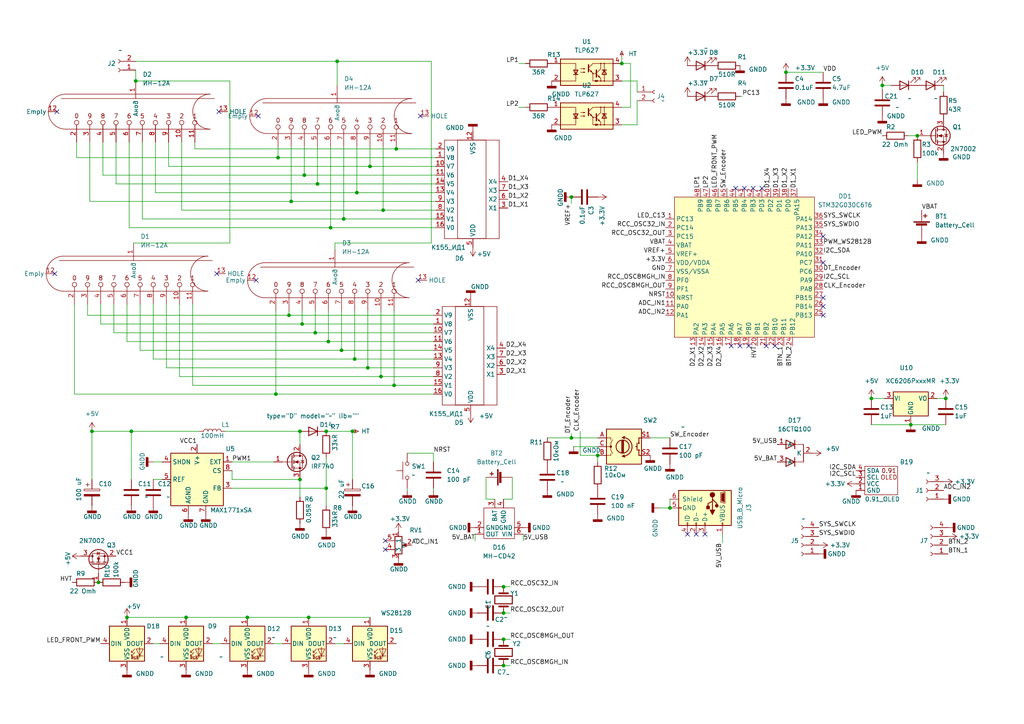
<source format=kicad_sch>
(kicad_sch (version 20211123) (generator eeschema)
  (paper "A4")
  (junction (at 180.34 18.415))
  (junction (at 102.87 104.14))
  (junction (at 89.535 179.07))
  (junction (at 102.235 125.095))
  (junction (at 95.885 66.04))
  (junction (at 28.575 168.91))
  (junction (at 227.965 20.955))
  (junction (at 194.31 147.32))
  (junction (at 88.265 50.8))
  (junction (at 86.995 139.065))
  (junction (at 107.315 48.26))
  (junction (at 99.695 63.5))
  (junction (at 94.615 125.095))
  (junction (at 87.63 93.98))
  (junction (at 39.37 23.495))
  (junction (at 110.49 109.22))
  (junction (at 114.935 43.18))
  (junction (at 114.3 111.76))
  (junction (at 146.05 177.8))
  (junction (at 86.995 125.095))
  (junction (at 91.44 96.52))
  (junction (at 173.355 132.08))
  (junction (at 26.67 125.095))
  (junction (at 264.16 123.19))
  (junction (at 38.1 125.095))
  (junction (at 36.83 179.07))
  (junction (at 80.01 114.3))
  (junction (at 94.615 141.605))
  (junction (at 92.075 53.34))
  (junction (at 99.06 101.6))
  (junction (at 165.735 127))
  (junction (at 252.73 115.57))
  (junction (at 146.05 185.42))
  (junction (at 97.79 17.78))
  (junction (at 103.505 55.88))
  (junction (at 53.975 179.07))
  (junction (at 146.05 170.18))
  (junction (at 165.735 57.15))
  (junction (at 255.905 24.765))
  (junction (at 274.32 115.57))
  (junction (at 266.065 39.37))
  (junction (at 111.125 60.96))
  (junction (at 80.645 45.72))
  (junction (at 84.455 58.42))
  (junction (at 71.755 179.07))
  (junction (at 146.05 193.04))
  (junction (at 95.25 99.06))
  (junction (at 106.68 106.68))
  (junction (at 83.82 91.44))
  (no_connect (at 238.76 76.2))
  (no_connect (at 215.9 54.61))
  (no_connect (at 121.92 33.655))
  (no_connect (at 238.76 88.9))
  (no_connect (at 218.44 54.61))
  (no_connect (at 74.295 81.28))
  (no_connect (at 74.93 33.655))
  (no_connect (at 204.47 154.94))
  (no_connect (at 121.285 81.28))
  (no_connect (at 224.79 100.33))
  (no_connect (at 212.09 100.33))
  (no_connect (at 213.36 54.61))
  (no_connect (at 62.865 79.375))
  (no_connect (at 201.93 154.94))
  (no_connect (at 111.76 159.385))
  (no_connect (at 238.76 91.44))
  (no_connect (at 238.76 68.58))
  (no_connect (at 217.17 100.33))
  (no_connect (at 63.5 32.385))
  (no_connect (at 220.98 54.61))
  (no_connect (at 222.25 100.33))
  (no_connect (at 199.39 154.94))
  (no_connect (at 16.51 32.385))
  (no_connect (at 214.63 100.33))
  (no_connect (at 15.875 79.375))
  (no_connect (at 111.76 156.845))
  (no_connect (at 238.76 86.36))
  (wire (pts (xy 26.67 125.095) (xy 26.67 139.065)))
  (wire (pts (xy 67.31 139.065) (xy 86.995 139.065)))
  (wire (pts (xy 56.515 43.18) (xy 56.515 41.275)))
  (wire (pts (xy 39.37 17.78) (xy 97.79 17.78)))
  (wire (pts (xy 26.035 41.275) (xy 26.035 58.42)))
  (wire (pts (xy 97.155 70.485) (xy 97.155 72.39)))
  (wire (pts (xy 102.87 90.17) (xy 102.87 104.14)))
  (wire (pts (xy 95.25 90.17) (xy 95.25 99.06)))
  (wire (pts (xy 53.975 179.07) (xy 71.755 179.07)))
  (wire (pts (xy 255.905 24.765) (xy 258.445 24.765)))
  (wire (pts (xy 41.275 41.275) (xy 41.275 63.5)))
  (wire (pts (xy 194.31 147.32) (xy 191.135 147.32)))
  (wire (pts (xy 66.675 70.485) (xy 38.735 70.485)))
  (wire (pts (xy 87.63 93.98) (xy 125.73 93.98)))
  (wire (pts (xy 147.955 193.04) (xy 146.05 193.04)))
  (wire (pts (xy 125.73 114.3) (xy 80.01 114.3)))
  (wire (pts (xy 126.365 53.34) (xy 92.075 53.34)))
  (wire (pts (xy 87.63 90.17) (xy 87.63 93.98)))
  (wire (pts (xy 103.505 55.88) (xy 126.365 55.88)))
  (wire (pts (xy 126.365 48.26) (xy 107.315 48.26)))
  (wire (pts (xy 99.06 101.6) (xy 125.73 101.6)))
  (wire (pts (xy 111.125 60.96) (xy 126.365 60.96)))
  (wire (pts (xy 38.1 125.095) (xy 57.785 125.095)))
  (wire (pts (xy 110.49 109.22) (xy 52.07 109.22)))
  (wire (pts (xy 263.525 39.37) (xy 266.065 39.37)))
  (wire (pts (xy 95.25 99.06) (xy 125.73 99.06)))
  (wire (pts (xy 252.73 115.57) (xy 256.54 115.57)))
  (wire (pts (xy 114.935 43.18) (xy 114.935 42.545)))
  (wire (pts (xy 33.655 53.34) (xy 92.075 53.34)))
  (wire (pts (xy 137.795 156.845) (xy 137.795 154.94)))
  (wire (pts (xy 114.3 90.17) (xy 114.3 111.76)))
  (wire (pts (xy 125.73 141.605) (xy 125.73 142.24)))
  (wire (pts (xy 44.45 104.14) (xy 102.87 104.14)))
  (wire (pts (xy 22.225 41.275) (xy 22.225 45.72)))
  (wire (pts (xy 102.87 104.14) (xy 125.73 104.14)))
  (wire (pts (xy 37.465 66.04) (xy 95.885 66.04)))
  (wire (pts (xy 44.45 133.985) (xy 46.99 133.985)))
  (wire (pts (xy 148.59 144.78) (xy 148.59 138.43)))
  (wire (pts (xy 61.595 186.69) (xy 64.135 186.69)))
  (wire (pts (xy 36.83 99.06) (xy 95.25 99.06)))
  (wire (pts (xy 80.645 42.545) (xy 80.645 45.72)))
  (wire (pts (xy 180.34 16.51) (xy 180.34 18.415)))
  (wire (pts (xy 29.21 93.98) (xy 87.63 93.98)))
  (wire (pts (xy 264.16 123.19) (xy 274.32 123.19)))
  (wire (pts (xy 126.365 50.8) (xy 88.265 50.8)))
  (wire (pts (xy 80.645 45.72) (xy 126.365 45.72)))
  (wire (pts (xy 271.78 115.57) (xy 274.32 115.57)))
  (wire (pts (xy 126.365 66.04) (xy 95.885 66.04)))
  (wire (pts (xy 67.31 136.525) (xy 67.31 139.065)))
  (wire (pts (xy 147.955 177.8) (xy 146.05 177.8)))
  (wire (pts (xy 67.31 133.985) (xy 79.375 133.985)))
  (wire (pts (xy 45.085 55.88) (xy 103.505 55.88)))
  (wire (pts (xy 48.895 41.275) (xy 48.895 48.26)))
  (wire (pts (xy 55.88 111.76) (xy 114.3 111.76)))
  (wire (pts (xy 22.225 45.72) (xy 80.645 45.72)))
  (wire (pts (xy 146.05 144.78) (xy 148.59 144.78)))
  (wire (pts (xy 45.085 41.275) (xy 45.085 55.88)))
  (wire (pts (xy 168.275 125.095) (xy 168.275 132.08)))
  (wire (pts (xy 118.11 141.605) (xy 118.11 142.24)))
  (wire (pts (xy 94.615 141.605) (xy 94.615 146.685)))
  (wire (pts (xy 182.88 31.115) (xy 182.88 18.415)))
  (wire (pts (xy 40.64 88.265) (xy 40.64 101.6)))
  (wire (pts (xy 180.34 23.495) (xy 184.785 23.495)))
  (wire (pts (xy 91.44 90.17) (xy 91.44 96.52)))
  (wire (pts (xy 188.595 127) (xy 194.31 127)))
  (wire (pts (xy 26.67 125.095) (xy 38.1 125.095)))
  (wire (pts (xy 182.88 18.415) (xy 180.34 18.415)))
  (wire (pts (xy 126.365 43.18) (xy 114.935 43.18)))
  (wire (pts (xy 55.88 88.265) (xy 55.88 111.76)))
  (wire (pts (xy 44.45 186.69) (xy 46.355 186.69)))
  (wire (pts (xy 41.275 63.5) (xy 99.695 63.5)))
  (wire (pts (xy 39.37 20.32) (xy 39.37 23.495)))
  (wire (pts (xy 165.735 59.055) (xy 165.735 57.15)))
  (wire (pts (xy 99.06 90.17) (xy 99.06 101.6)))
  (wire (pts (xy 36.83 179.07) (xy 53.975 179.07)))
  (wire (pts (xy 80.01 114.3) (xy 21.59 114.3)))
  (wire (pts (xy 71.755 179.07) (xy 89.535 179.07)))
  (wire (pts (xy 165.735 125.73) (xy 165.735 127)))
  (wire (pts (xy 86.995 125.095) (xy 86.995 128.905)))
  (wire (pts (xy 158.75 127) (xy 165.735 127)))
  (wire (pts (xy 33.655 41.275) (xy 33.655 53.34)))
  (wire (pts (xy 40.64 101.6) (xy 99.06 101.6)))
  (wire (pts (xy 29.845 50.8) (xy 88.265 50.8)))
  (wire (pts (xy 184.785 23.495) (xy 184.785 26.67)))
  (wire (pts (xy 147.955 185.42) (xy 146.05 185.42)))
  (wire (pts (xy 95.885 66.04) (xy 95.885 42.545)))
  (wire (pts (xy 152.4 18.415) (xy 150.495 18.415)))
  (wire (pts (xy 25.4 88.265) (xy 25.4 91.44)))
  (wire (pts (xy 38.1 125.095) (xy 38.1 139.065)))
  (wire (pts (xy 52.705 41.275) (xy 52.705 60.96)))
  (wire (pts (xy 125.73 131.445) (xy 118.11 131.445)))
  (wire (pts (xy 44.45 139.065) (xy 46.99 139.065)))
  (wire (pts (xy 94.615 132.715) (xy 94.615 141.605)))
  (wire (pts (xy 26.035 58.42) (xy 84.455 58.42)))
  (wire (pts (xy 48.26 88.265) (xy 48.26 106.68)))
  (wire (pts (xy 89.535 179.07) (xy 107.315 179.07)))
  (wire (pts (xy 125.73 133.985) (xy 125.73 131.445)))
  (wire (pts (xy 255.905 26.035) (xy 255.905 24.765)))
  (wire (pts (xy 114.935 43.18) (xy 56.515 43.18)))
  (wire (pts (xy 110.49 109.22) (xy 125.73 109.22)))
  (wire (pts (xy 125.095 70.485) (xy 97.155 70.485)))
  (wire (pts (xy 84.455 58.42) (xy 84.455 42.545)))
  (wire (pts (xy 97.79 17.78) (xy 125.095 17.78)))
  (wire (pts (xy 151.765 156.845) (xy 151.765 154.94)))
  (wire (pts (xy 166.37 129.54) (xy 173.355 129.54)))
  (wire (pts (xy 106.68 90.17) (xy 106.68 106.68)))
  (wire (pts (xy 97.155 186.69) (xy 99.695 186.69)))
  (wire (pts (xy 107.315 48.26) (xy 107.315 42.545)))
  (wire (pts (xy 36.83 88.265) (xy 36.83 99.06)))
  (wire (pts (xy 273.685 24.765) (xy 273.685 26.67)))
  (wire (pts (xy 52.07 109.22) (xy 52.07 88.265)))
  (wire (pts (xy 65.405 125.095) (xy 86.995 125.095)))
  (wire (pts (xy 86.995 144.145) (xy 86.995 139.065)))
  (wire (pts (xy 184.785 36.195) (xy 180.34 36.195)))
  (wire (pts (xy 114.3 111.76) (xy 125.73 111.76)))
  (wire (pts (xy 252.73 123.19) (xy 264.16 123.19)))
  (wire (pts (xy 88.265 50.8) (xy 88.265 42.545)))
  (wire (pts (xy 33.02 88.265) (xy 33.02 96.52)))
  (wire (pts (xy 66.675 23.495) (xy 66.675 70.485)))
  (wire (pts (xy 48.895 48.26) (xy 107.315 48.26)))
  (wire (pts (xy 103.505 42.545) (xy 103.505 55.88)))
  (wire (pts (xy 215.265 27.94) (xy 214.63 27.94)))
  (wire (pts (xy 39.37 23.495) (xy 66.675 23.495)))
  (wire (pts (xy 152.4 31.115) (xy 150.495 31.115)))
  (wire (pts (xy 25.4 91.44) (xy 83.82 91.44)))
  (wire (pts (xy 44.45 88.265) (xy 44.45 104.14)))
  (wire (pts (xy 180.34 31.115) (xy 182.88 31.115)))
  (wire (pts (xy 91.44 96.52) (xy 125.73 96.52)))
  (wire (pts (xy 94.615 125.095) (xy 102.235 125.095)))
  (wire (pts (xy 37.465 41.275) (xy 37.465 66.04)))
  (wire (pts (xy 227.965 20.955) (xy 238.76 20.955)))
  (wire (pts (xy 209.55 157.48) (xy 209.55 154.94)))
  (wire (pts (xy 48.26 106.68) (xy 106.68 106.68)))
  (wire (pts (xy 125.73 91.44) (xy 83.82 91.44)))
  (wire (pts (xy 126.365 63.5) (xy 99.695 63.5)))
  (wire (pts (xy 102.235 139.065) (xy 102.235 125.095)))
  (wire (pts (xy 194.31 144.78) (xy 194.31 147.32)))
  (wire (pts (xy 140.97 144.78) (xy 143.51 144.78)))
  (wire (pts (xy 29.21 88.265) (xy 29.21 93.98)))
  (wire (pts (xy 126.365 58.42) (xy 84.455 58.42)))
  (wire (pts (xy 173.355 133.985) (xy 173.355 132.08)))
  (wire (pts (xy 110.49 90.17) (xy 110.49 109.22)))
  (wire (pts (xy 92.075 53.34) (xy 92.075 42.545)))
  (wire (pts (xy 21.59 88.265) (xy 21.59 114.3)))
  (wire (pts (xy 106.68 106.68) (xy 125.73 106.68)))
  (wire (pts (xy 147.955 170.18) (xy 146.05 170.18)))
  (wire (pts (xy 165.735 127) (xy 173.355 127)))
  (wire (pts (xy 184.785 29.21) (xy 184.785 36.195)))
  (wire (pts (xy 125.095 17.78) (xy 125.095 70.485)))
  (wire (pts (xy 80.01 90.17) (xy 80.01 114.3)))
  (wire (pts (xy 33.02 96.52) (xy 91.44 96.52)))
  (wire (pts (xy 79.375 186.69) (xy 81.915 186.69)))
  (wire (pts (xy 111.125 42.545) (xy 111.125 60.96)))
  (wire (pts (xy 266.065 46.99) (xy 266.065 52.07)))
  (wire (pts (xy 97.79 24.765) (xy 97.79 17.78)))
  (wire (pts (xy 67.31 141.605) (xy 94.615 141.605)))
  (wire (pts (xy 140.97 138.43) (xy 140.97 144.78)))
  (wire (pts (xy 99.695 63.5) (xy 99.695 42.545)))
  (wire (pts (xy 83.82 91.44) (xy 83.82 90.17)))
  (wire (pts (xy 52.705 60.96) (xy 111.125 60.96)))
  (wire (pts (xy 29.845 41.275) (xy 29.845 50.8)))
  (wire (pts (xy 168.275 132.08) (xy 173.355 132.08)))
  (label "D1_X1" (at 147.32 60.325 0))
  (label "+3.3V" (at 193.04 76.2 180))
  (label "D2_X3" (at 146.685 103.505 0))
  (label "ADC_IN1" (at 193.04 88.9 180))
  (label "LP2" (at 205.74 54.61 90))
  (label "LP1" (at 150.495 18.415 180))
  (label "D2_X2" (at 146.685 106.045 0))
  (label "LP2" (at 150.495 31.115 180))
  (label "NRST" (at 193.04 86.36 180))
  (label "NRST" (at 125.73 131.445 0))
  (label "SYS_SWCLK" (at 237.49 153.035 0))
  (label "ADC_IN2" (at 193.04 91.44 180))
  (label "SW_Encoder" (at 210.82 54.61 90))
  (label "D2_X4" (at 146.685 100.965 0))
  (label "ADC_IN2" (at 273.685 142.24 0))
  (label "RCC_OSC32_IN" (at 193.04 66.04 180))
  (label "LED_C13" (at 193.04 63.5 180))
  (label "RCC_OSC8MGH_IN" (at 147.955 193.04 0))
  (label "DT_Encoder" (at 238.76 78.74 0))
  (label "PWM1" (at 67.31 133.985 0))
  (label "D1_X2" (at 147.32 57.785 0))
  (label "I2C_SDA" (at 238.76 73.66 0))
  (label "D1_X4" (at 223.52 54.61 90))
  (label "VCC1" (at 33.655 161.29 0))
  (label "D1_X2" (at 228.6 54.61 90))
  (label "LED_FRONT_PWM" (at 29.21 186.69 180))
  (label "RCC_OSC8MGH_IN" (at 193.04 81.28 180))
  (label "I2C_SDA" (at 248.285 136.525 180))
  (label "ADC_IN1" (at 119.38 158.115 0))
  (label "D2_X1" (at 201.93 100.33 270))
  (label "GND" (at 193.04 78.74 180))
  (label "SYS_SWCLK" (at 238.76 63.5 0))
  (label "BTN_1" (at 274.955 160.655 0))
  (label "I2C_SCL" (at 248.285 138.43 180))
  (label "HVT" (at 219.71 100.33 270))
  (label "5V_BAT" (at 225.425 133.985 180))
  (label "VBAT" (at 267.335 60.96 0))
  (label "D2_X2" (at 204.47 100.33 270))
  (label "D2_X3" (at 207.01 100.33 270))
  (label "BTN_1" (at 227.33 100.33 270))
  (label "D1_X4" (at 147.32 52.705 0))
  (label "LED_PWM" (at 255.905 39.37 180))
  (label "5V_USB" (at 151.765 156.845 0))
  (label "CLK_Encoder" (at 168.275 125.095 90))
  (label "5V_USB" (at 209.55 157.48 270))
  (label "BTN_2" (at 229.87 100.33 270))
  (label "RCC_OSC32_OUT" (at 147.955 177.8 0))
  (label "RCC_OSC8MGH_OUT" (at 147.955 185.42 0))
  (label "HVT" (at 20.955 168.91 180))
  (label "DT_Encoder" (at 165.735 125.73 90))
  (label "RCC_OSC32_OUT" (at 193.04 68.58 180))
  (label "PWM_WS2812B" (at 238.76 71.12 0))
  (label "D2_X4" (at 209.55 100.33 270))
  (label "I2C_SCL" (at 238.76 81.28 0))
  (label "SW_Encoder" (at 194.31 127 0))
  (label "LED_FRONT_PWM" (at 208.28 54.61 90))
  (label "5V_USB" (at 225.425 128.905 180))
  (label "SYS_SWDIO" (at 237.49 155.575 0))
  (label "LP1" (at 203.2 54.61 90))
  (label "VREF+" (at 165.735 59.055 270))
  (label "D2_X1" (at 146.685 108.585 0))
  (label "PC13" (at 215.265 27.94 0))
  (label "VCC1" (at 57.15 128.905 180))
  (label "RCC_OSC8MGH_OUT" (at 193.04 83.82 180))
  (label "D1_X3" (at 226.06 54.61 90))
  (label "VREF+" (at 193.04 73.66 180))
  (label "SYS_SWDIO" (at 238.76 66.04 0))
  (label "CLK_Encoder" (at 238.76 83.82 0))
  (label "VDD" (at 238.76 20.955 0))
  (label "D1_X1" (at 231.14 54.61 90))
  (label "D1_X3" (at 147.32 55.245 0))
  (label "BTN_2" (at 274.955 158.115 0))
  (label "5V_BAT" (at 137.795 156.845 180))
  (label "RCC_OSC32_IN" (at 147.955 170.18 0))
  (label "VBAT" (at 193.04 71.12 180))
  (symbol (lib_id "Device:C") (at 125.73 137.795 0) (unit 1)
    (property "Reference" "C14" (at 129.54 136.5249 0) (effects (justify left)))
    (property "Value" "100 pF" (at 129.54 139.0649 0) (effects (justify left)))
    (property "Footprint" "Capacitor_SMD:C_1206_3216Metric" (effects hide))
  )
  (symbol (lib_id "Device:C") (at 38.1 142.875 0) (unit 1)
    (property "Reference" "C11" (at 40.005 140.335 0) (effects (justify left)))
    (property "Value" "~" (at 41.91 144.1449 0) (effects (justify left)))
    (property "Footprint" "Capacitor_SMD:C_1206_3216Metric" (effects hide))
  )
  (symbol (lib_id "power:+5V") (at 136.525 120.015 180) (unit 1)
    (property "Reference" "#PWR0133" (effects hide))
    (property "Value" "+5V" (at 140.97 120.65 0))
  )
  (symbol (lib_id "power:GNDD") (at 273.685 144.78 90) (unit 1)
    (property "Reference" "#PWR0162" (effects hide))
    (property "Value" "GNDD" (at 276.225 144.78 90) (effects (justify right)))
  )
  (symbol (lib_id "power:GNDD") (at 89.535 194.31 0) (unit 1)
    (property "Reference" "#PWR0154" (effects hide))
    (property "Value" "GNDD" (at 92.075 195.3894 0) (effects (justify left)))
  )
  (symbol (lib_id "Device:R") (at 156.21 18.415 90) (unit 1)
    (property "Reference" "R13" (at 160.655 15.875 90))
    (property "Value" "36R" (at 156.21 20.955 90))
    (property "Footprint" "Resistor_SMD:R_1206_3216Metric" (effects hide))
  )
  (symbol (lib_id "power:GNDD") (at 137.795 153.035 270) (unit 1)
    (property "Reference" "#PWR0158" (effects hide))
    (property "Value" "GNDD" (at 130.175 153.035 90) (effects (justify left)))
  )
  (symbol (lib_id "Switch:SW_Push") (at 118.11 136.525 90) (unit 1)
    (property "Reference" "SW1" (at 119.38 135.2549 90) (effects (justify right)))
    (property "Value" "~" (at 119.38 137.7949 90) (effects (justify right)))
    (property "Footprint" "Button_Switch_SMD:SW_SPST_FSMSM" (effects hide))
  )
  (symbol (lib_id "power:GNDD") (at 71.755 194.31 0) (unit 1)
    (property "Reference" "#PWR0144" (effects hide))
    (property "Value" "GNDD" (at 74.295 195.3894 0) (effects (justify left)))
  )
  (symbol (lib_id "power:GNDD") (at 38.1 146.685 0) (unit 1)
    (property "Reference" "#PWR0149" (effects hide))
    (property "Value" "GNDD" (at 35.56 149.86 0) (effects (justify left)))
  )
  (symbol (lib_id "Isolator:TLP627") (at 170.18 20.955 0) (unit 1)
    (property "Reference" "U1" (at 170.18 12.065 0))
    (property "Value" "TLP627" (at 170.18 14.605 0))
    (property "Footprint" "Package_DIP:DIP-4_W7.62mm" (effects hide))
    (property "Datasheet" "https://toshiba.semicon-storage.com/info/docget.jsp?did=16914&prodName=TLP627" (effects hide))
  )
  (symbol (lib_id "ИН-12А:ИН-12А") (at 40.005 33.655 0) (unit 1)
    (property "Reference" "D2" (at 41.3894 21.59 0) (effects (justify left)))
    (property "Value" "ИН-12А" (at 41.3894 24.13 0) (effects (justify left)))
    (property "Footprint" "ИН12А:ИН12А" (effects hide))
  )
  (symbol (lib_id "power:+3.3V") (at 227.965 20.955 0) (unit 1)
    (property "Reference" "#PWR0107" (effects hide))
    (property "Value" "+3.3V" (at 230.505 19.6849 0) (effects (justify left)))
  )
  (symbol (lib_id "power:+3.3V") (at 199.39 27.94 0) (unit 1)
    (property "Reference" "#PWR0106" (effects hide))
    (property "Value" "+3.3V" (at 199.39 24.13 0) (effects (justify left)))
  )
  (symbol (lib_id "power:GNDD") (at 36.83 194.31 0) (unit 1)
    (property "Reference" "#PWR0153" (effects hide))
    (property "Value" "GNDD" (at 39.37 195.3894 0) (effects (justify left)))
  )
  (symbol (lib_id "Device:C") (at 173.355 145.415 0) (unit 1)
    (property "Reference" "C19" (at 177.165 144.1449 0) (effects (justify left)))
    (property "Value" "100 nF" (at 177.165 146.6849 0) (effects (justify left)))
    (property "Footprint" "Capacitor_SMD:C_1206_3216Metric" (effects hide))
  )
  (symbol (lib_id "power:+3.3V") (at 173.355 57.15 270) (unit 1)
    (property "Reference" "#PWR0102" (effects hide))
    (property "Value" "+3.3V" (at 174.6251 59.69 0) (effects (justify left)))
  )
  (symbol (lib_id "power:GNDD") (at 36.195 168.91 90) (unit 1)
    (property "Reference" "#PWR0164" (effects hide))
    (property "Value" "GNDD" (at 39.37 165.1 0) (effects (justify right)))
  )
  (symbol (lib_id "Connector:Conn_01x02_Female") (at 189.865 26.67 0) (unit 1)
    (property "Reference" "J4" (at 190.5 27.94 0) (effects (justify left)))
    (property "Value" "~" (at 191.77 29.2099 0) (effects (justify left)))
    (property "Footprint" "Connector_PinHeader_2.54mm:PinHeader_1x02_P2.54mm_Vertical" (effects hide))
  )
  (symbol (lib_id "power:GNDD") (at 165.735 57.15 270) (unit 1)
    (property "Reference" "#PWR0123" (effects hide))
    (property "Value" "GNDD" (at 162.56 54.61 0) (effects (justify left)))
  )
  (symbol (lib_id "power:GNDD") (at 118.11 142.24 0) (unit 1)
    (property "Reference" "#PWR0132" (effects hide))
    (property "Value" "GNDD" (at 115.57 145.415 0) (effects (justify left)))
  )
  (symbol (lib_id "Device:RotaryEncoder_Switch") (at 180.975 129.54 0) (unit 1)
    (property "Reference" "SW2" (at 188.595 121.92 0))
    (property "Value" "~" (at 198.12 123.825 0))
    (property "Footprint" "Rotary_Encoder:RotaryEncoder_Alps_EC12E-Switch_Vertical_H20mm" (effects hide))
  )
  (symbol (lib_id "Connector:Conn_01x03_Female") (at 268.605 142.24 180) (unit 1)
    (property "Reference" "J1" (at 266.7 142.24 0))
    (property "Value" "~" (at 269.24 137.16 0))
    (property "Footprint" "Connector_PinSocket_2.54mm:PinSocket_1x03_P2.54mm_Vertical" (effects hide))
  )
  (symbol (lib_id "Connector:Conn_01x02_Female") (at 34.29 20.32 180) (unit 1)
    (property "Reference" "J2" (at 32.385 18.415 0))
    (property "Value" "~" (at 34.925 14.605 0))
    (property "Footprint" "Connector_PinHeader_2.54mm:PinHeader_1x02_P2.54mm_Vertical" (effects hide))
  )
  (symbol (lib_id "Device:R") (at 94.615 128.905 0) (unit 1)
    (property "Reference" "R7" (at 95.885 123.825 0) (effects (justify left)))
    (property "Value" "33kR" (at 97.155 130.81 90) (effects (justify left)))
    (property "Footprint" "Resistor_THT:R_Axial_DIN0414_L11.9mm_D4.5mm_P20.32mm_Horizontal" (effects hide))
  )
  (symbol (lib_id "power:GNDD") (at 44.45 146.685 0) (unit 1)
    (property "Reference" "#PWR0151" (effects hide))
    (property "Value" "GNDD" (at 41.91 149.86 0) (effects (justify left)))
  )
  (symbol (lib_id "Device:Battery_Cell") (at 267.335 66.04 0) (unit 1)
    (property "Reference" "BT1" (at 271.145 62.7379 0) (effects (justify left)))
    (property "Value" "Battery_Cell" (at 271.145 65.2779 0) (effects (justify left)))
    (property "Footprint" "ИН12А:BAT" (effects hide))
  )
  (symbol (lib_id "power:GNDD") (at 138.43 170.18 270) (unit 1)
    (property "Reference" "#PWR0134" (effects hide))
    (property "Value" "GNDD" (at 135.255 170.1799 90) (effects (justify right)))
  )
  (symbol (lib_id "power:+3.3V") (at 274.955 155.575 270) (unit 1)
    (property "Reference" "#PWR0142" (effects hide))
    (property "Value" "+3.3V" (at 278.13 155.575 90) (effects (justify left)))
  )
  (symbol (lib_id "Device:C") (at 169.545 57.15 270) (unit 1)
    (property "Reference" "C3" (at 171.45 59.69 0) (effects (justify left)))
    (property "Value" "0.1uF" (at 168.91 59.69 0) (effects (justify left)))
    (property "Footprint" "Capacitor_SMD:C_1206_3216Metric" (effects hide))
  )
  (symbol (lib_id "power:GNDD") (at 136.525 86.36 180) (unit 1)
    (property "Reference" "#PWR0121" (effects hide))
    (property "Value" "GNDD" (at 136.5251 83.185 0) (effects (justify right)))
  )
  (symbol (lib_id "power:GNDD") (at 53.975 194.31 0) (unit 1)
    (property "Reference" "#PWR0146" (effects hide))
    (property "Value" "GNDD" (at 56.515 195.3894 0) (effects (justify left)))
  )
  (symbol (lib_id "Device:LED") (at 262.255 24.765 180) (unit 1)
    (property "Reference" "D10" (at 266.065 20.955 0))
    (property "Value" "~" (at 263.8425 28.575 0))
    (property "Footprint" "LED_THT:LED_D3.0mm" (effects hide))
  )
  (symbol (lib_id "LED:WS2812B") (at 53.975 186.69 0) (unit 1)
    (property "Reference" "D9" (at 61.595 181.61 0))
    (property "Value" "~" (at 64.135 190.5 0))
    (property "Footprint" "LED_SMD:LED_WS2812B_PLCC4_5.0x5.0mm_P3.2mm" (effects hide))
    (property "Datasheet" "https://cdn-shop.adafruit.com/datasheets/WS2812B.pdf" (effects hide))
  )
  (symbol (lib_id "power:+5V") (at 255.905 24.765 0) (unit 1)
    (property "Reference" "#PWR0135" (effects hide))
    (property "Value" "+5V" (at 255.905 19.685 0))
  )
  (symbol (lib_id "power:GNDD") (at 107.315 194.31 0) (unit 1)
    (property "Reference" "#PWR0140" (effects hide))
    (property "Value" "GNDD" (at 109.855 195.3894 0) (effects (justify left)))
  )
  (symbol (lib_id "Device:C_Polarized") (at 26.67 142.875 0) (unit 1)
    (property "Reference" "C10" (at 28.575 140.335 0) (effects (justify left)))
    (property "Value" "100 uF" (at 22.86 145.415 90) (effects (justify left)))
    (property "Footprint" "Capacitor_THT:CP_Radial_Tantal_D5.0mm_P2.50mm" (effects hide))
  )
  (symbol (lib_id "Device:Crystal") (at 146.05 189.23 270) (unit 1)
    (property "Reference" "Y2" (at 149.86 186.69 90))
    (property "Value" "~" (at 147.32 195.58 90))
    (property "Footprint" "Crystal:Crystal_SMD_HC49-SD" (effects hide))
  )
  (symbol (lib_id "LED:WS2812B") (at 89.535 186.69 0) (unit 1)
    (property "Reference" "D13" (at 97.155 182.3593 0))
    (property "Value" "~" (at 97.155 184.8993 0))
    (property "Footprint" "LED_SMD:LED_WS2812B_PLCC4_5.0x5.0mm_P3.2mm" (effects hide))
    (property "Datasheet" "https://cdn-shop.adafruit.com/datasheets/WS2812B.pdf" (effects hide))
  )
  (symbol (lib_id "power:GNDD") (at 227.965 28.575 0) (unit 1)
    (property "Reference" "#PWR0114" (effects hide))
    (property "Value" "GNDD" (at 231.14 29.6544 0) (effects (justify left)))
  )
  (symbol (lib_id "power:GNDD") (at 151.765 153.035 90) (unit 1)
    (property "Reference" "#PWR0159" (effects hide))
    (property "Value" "GNDD" (at 154.305 153.035 90) (effects (justify right)))
  )
  (symbol (lib_id "power:+3.3V") (at 237.49 158.115 270) (unit 1)
    (property "Reference" "#PWR0155" (effects hide))
    (property "Value" "+3.3V" (at 240.665 158.115 90) (effects (justify left)))
  )
  (symbol (lib_id "Device:C") (at 142.24 185.42 270) (unit 1)
    (property "Reference" "C6" (at 141.605 188.595 0) (effects (justify left)))
    (property "Value" "~" (at 140.9701 189.23 0) (effects (justify left)))
    (property "Footprint" "Capacitor_SMD:C_0805_2012Metric" (effects hide))
  )
  (symbol (lib_id "ИН-12А:MH-CD42") (at 144.78 157.48 0) (unit 1)
    (property "Reference" "D16" (at 144.78 158.75 0))
    (property "Value" "MH-CD42" (at 144.78 161.29 0))
    (property "Footprint" "Connector_PinHeader_2.54mm:PinHeader_1x06_P2.54mm_Vertical" (effects hide))
  )
  (symbol (lib_id "Device:R") (at 273.685 30.48 0) (unit 1)
    (property "Reference" "R5" (at 274.955 29.21 0) (effects (justify left)))
    (property "Value" "43R" (at 274.955 31.75 0) (effects (justify left)))
    (property "Footprint" "Resistor_SMD:R_1206_3216Metric" (effects hide))
  )
  (symbol (lib_id "LED:WS2812B") (at 107.315 186.69 0) (unit 1)
    (property "Reference" "D15" (at 114.935 182.88 0))
    (property "Value" "WS2812B" (at 114.935 177.8 0))
    (property "Footprint" "LED_SMD:LED_WS2812B_PLCC4_5.0x5.0mm_P3.2mm" (effects hide))
    (property "Datasheet" "https://cdn-shop.adafruit.com/datasheets/WS2812B.pdf" (effects hide))
  )
  (symbol (lib_id "power:+3.3V") (at 199.39 19.05 0) (unit 1)
    (property "Reference" "#PWR0125" (effects hide))
    (property "Value" "+3.3V" (at 199.39 15.24 0) (effects (justify left)))
  )
  (symbol (lib_id "Device:R") (at 156.21 31.115 90) (unit 1)
    (property "Reference" "R14" (at 160.655 28.575 90))
    (property "Value" "36R" (at 156.21 33.655 90))
    (property "Footprint" "Resistor_SMD:R_1206_3216Metric" (effects hide))
  )
  (symbol (lib_id "Device:R") (at 158.75 130.81 180) (unit 1)
    (property "Reference" "R11" (at 155.575 128.27 0))
    (property "Value" "10кОм" (at 161.29 130.81 90))
    (property "Footprint" "Resistor_SMD:R_1206_3216Metric" (effects hide))
  )
  (symbol (lib_id "power:GNDD") (at 255.905 33.655 0) (unit 1)
    (property "Reference" "#PWR0128" (effects hide))
    (property "Value" "GNDD" (at 257.175 33.655 0) (effects (justify left)))
  )
  (symbol (lib_id "Connector:Conn_01x04_Female") (at 269.875 158.115 180) (unit 1)
    (property "Reference" "J7" (at 267.97 156.845 0))
    (property "Value" "~" (at 261.62 133.985 0))
    (property "Footprint" "Connector_PinHeader_2.54mm:PinHeader_1x04_P2.54mm_Vertical" (effects hide))
  )
  (symbol (lib_id "power:GNDD") (at 248.285 142.24 0) (unit 1)
    (property "Reference" "#PWR0160" (effects hide))
    (property "Value" "GNDD" (at 249.555 145.415 0) (effects (justify right)))
  )
  (symbol (lib_id "power:+5V") (at 235.585 131.445 270) (unit 1)
    (property "Reference" "#PWR0109" (effects hide))
    (property "Value" "+5V" (at 239.395 130.175 90) (effects (justify left)))
  )
  (symbol (lib_id "Simulation_SPICE:DIODE") (at 90.805 125.095 0) (unit 1)
    (property "Reference" "D14" (at 94.615 123.19 0))
    (property "Value" "~" (at 90.805 120.65 0))
    (property "Footprint" "Diode_THT:D_DO-41_SOD81_P12.70mm_Horizontal" (effects hide))
    (property "Spice_Netlist_Enabled" "Y" (effects hide))
    (property "Spice_Primitive" "D" (effects hide))
  )
  (symbol (lib_id "power:GNDD") (at 115.57 161.925 0) (unit 1)
    (property "Reference" "#PWR0103" (effects hide))
    (property "Value" "GNDD" (at 113.03 165.1 0) (effects (justify left)))
  )
  (symbol (lib_id "power:GNDD") (at 158.75 142.24 0) (unit 1)
    (property "Reference" "#PWR0141" (effects hide))
    (property "Value" "GNDD" (at 161.29 143.3194 0) (effects (justify left)))
  )
  (symbol (lib_id "power:GNDD") (at 214.63 19.05 0) (unit 1)
    (property "Reference" "#PWR0124" (effects hide))
    (property "Value" "GNDD" (at 217.17 20.1294 0) (effects (justify left)))
  )
  (symbol (lib_id "power:GNDD") (at 94.615 154.305 0) (unit 1)
    (property "Reference" "#PWR0129" (effects hide))
    (property "Value" "GNDD" (at 92.075 158.115 0) (effects (justify left)))
  )
  (symbol (lib_id "Device:R") (at 210.82 19.05 90) (unit 1)
    (property "Reference" "R1" (at 215.265 16.51 90))
    (property "Value" "510R" (at 210.82 21.59 90))
    (property "Footprint" "Resistor_SMD:R_1206_3216Metric" (effects hide))
  )
  (symbol (lib_id "Connector:Conn_01x04_Female") (at 232.41 158.115 180) (unit 1)
    (property "Reference" "J5" (at 230.505 156.845 0))
    (property "Value" "~" (at 233.045 150.495 0))
    (property "Footprint" "Connector_PinHeader_2.54mm:PinHeader_1x04_P2.54mm_Vertical" (effects hide))
  )
  (symbol (lib_id "power:GNDD") (at 237.49 160.655 90) (unit 1)
    (property "Reference" "#PWR0156" (effects hide))
    (property "Value" "GNDD" (at 240.03 160.655 90) (effects (justify right)))
  )
  (symbol (lib_id "Device:C") (at 227.965 24.765 0) (unit 1)
    (property "Reference" "C4" (at 230.505 22.86 0) (effects (justify left)))
    (property "Value" "0.1uF" (at 230.505 25.4 0) (effects (justify left)))
    (property "Footprint" "Capacitor_SMD:C_1206_3216Metric" (effects hide))
  )
  (symbol (lib_id "power:+3.3V") (at 115.57 154.305 0) (unit 1)
    (property "Reference" "#PWR0101" (effects hide))
    (property "Value" "+3.3V" (at 113.03 150.495 0) (effects (justify left)))
  )
  (symbol (lib_id "Device:Crystal") (at 146.05 173.99 270) (unit 1)
    (property "Reference" "Y1" (at 149.225 172.085 90))
    (property "Value" "~" (at 146.685 179.07 90))
    (property "Footprint" "Crystal:Crystal_C26-LF_D2.1mm_L6.5mm_Horizontal" (effects hide))
  )
  (symbol (lib_id "ИН-12А:ИН-12А") (at 98.425 34.925 0) (unit 1)
    (property "Reference" "D4" (at 99.8094 22.86 0) (effects (justify left)))
    (property "Value" "ИН-12А" (at 99.8094 25.4 0) (effects (justify left)))
    (property "Footprint" "ИН12А:ИН12А" (effects hide))
  )
  (symbol (lib_id "power:GNDD") (at 267.335 68.58 0) (unit 1)
    (property "Reference" "#PWR0122" (effects hide))
    (property "Value" "GNDD" (at 269.875 69.6594 0) (effects (justify left)))
  )
  (symbol (lib_id "Device:R") (at 86.995 147.955 180) (unit 1)
    (property "Reference" "R6" (at 88.265 144.78 0) (effects (justify right)))
    (property "Value" "0.05R" (at 89.535 151.765 90) (effects (justify right)))
    (property "Footprint" "Resistor_THT:R_Axial_DIN0414_L11.9mm_D4.5mm_P20.32mm_Horizontal" (effects hide))
  )
  (symbol (lib_id "Device:R") (at 210.82 27.94 90) (unit 1)
    (property "Reference" "R4" (at 215.265 24.13 90))
    (property "Value" "510R" (at 210.82 30.48 90))
    (property "Footprint" "Resistor_SMD:R_1206_3216Metric" (effects hide))
  )
  (symbol (lib_id "ИН-12А:16CTQ100") (at 229.87 130.175 0) (unit 1)
    (property "Reference" "D17" (at 230.4415 121.92 0))
    (property "Value" "16CTQ100" (at 230.4415 124.46 0))
    (property "Footprint" "Package_TO_SOT_SMD:TO-263-2" (effects hide))
  )
  (symbol (lib_id "power:GNDD") (at 273.685 44.45 0) (unit 1)
    (property "Reference" "#PWR0168" (effects hide))
    (property "Value" "GNDD" (at 276.225 45.5294 0) (effects (justify left)))
  )
  (symbol (lib_id "power:GNDD") (at 266.065 52.07 0) (unit 1)
    (property "Reference" "#PWR0127" (effects hide))
    (property "Value" "GNDD" (at 268.605 53.1494 0) (effects (justify left)))
  )
  (symbol (lib_id "power:GNDD") (at 166.37 129.54 0) (unit 1)
    (property "Reference" "#PWR0104" (effects hide))
    (property "Value" "GNDD" (at 168.91 130.6194 0) (effects (justify left)))
  )
  (symbol (lib_id "power:GNDD") (at 191.135 147.32 270) (unit 1)
    (property "Reference" "#PWR0126" (effects hide))
    (property "Value" "GNDD" (at 190.0556 150.495 0) (effects (justify left)))
  )
  (symbol (lib_id "stm32:STM32G030C6T6") (at 210.82 85.09 0) (unit 1)
    (property "Reference" "DD1" (at 245.11 56.9212 0))
    (property "Value" "STM32G030C6T6" (at 245.11 59.4612 0))
    (property "Footprint" "Package_QFP:LQFP-48_7x7mm_P0.5mm" (effects hide))
  )
  (symbol (lib_id "power:+3.3V") (at 274.32 115.57 0) (unit 1)
    (property "Reference" "#PWR0111" (effects hide))
    (property "Value" "+3.3V" (at 272.415 110.49 0) (effects (justify left)))
  )
  (symbol (lib_id "Device:R") (at 266.065 43.18 0) (unit 1)
    (property "Reference" "R3" (at 267.335 41.91 0) (effects (justify left)))
    (property "Value" "100k" (at 267.335 44.45 0) (effects (justify left)))
    (property "Footprint" "Resistor_SMD:R_1206_3216Metric" (effects hide))
  )
  (symbol (lib_id "Isolator:TLP627") (at 170.18 33.655 0) (unit 1)
    (property "Reference" "U2" (at 170.18 24.765 0))
    (property "Value" "TLP627" (at 170.18 27.305 0))
    (property "Footprint" "Package_DIP:DIP-4_W7.62mm" (effects hide))
    (property "Datasheet" "https://toshiba.semicon-storage.com/info/docget.jsp?did=16914&prodName=TLP627" (effects hide))
  )
  (symbol (lib_id "power:HT") (at 180.34 16.51 0) (unit 1)
    (property "Reference" "#PWR0117" (effects hide))
    (property "Value" "HT" (at 182.245 15.6209 0) (effects (justify left)))
  )
  (symbol (lib_id "power:+3.3V") (at 273.685 139.7 270) (unit 1)
    (property "Reference" "#PWR0161" (effects hide))
    (property "Value" "+3.3V" (at 276.86 139.7 90) (effects (justify left)))
  )
  (symbol (lib_id "Device:R") (at 32.385 168.91 90) (unit 1)
    (property "Reference" "R10" (at 31.115 167.64 0) (effects (justify left)))
    (property "Value" "100k" (at 33.655 167.64 0) (effects (justify left)))
    (property "Footprint" "Resistor_SMD:R_1206_3216Metric" (effects hide))
  )
  (symbol (lib_id "power:GNDD") (at 138.43 177.8 270) (unit 1)
    (property "Reference" "#PWR0137" (effects hide))
    (property "Value" "GNDD" (at 135.255 177.7999 90) (effects (justify right)))
  )
  (symbol (lib_id "ИН-12А:ИН-12А") (at 97.79 82.55 0) (unit 1)
    (property "Reference" "D3" (at 99.1744 70.485 0) (effects (justify left)))
    (property "Value" "ИН-12А" (at 99.1744 73.025 0) (effects (justify left)))
    (property "Footprint" "ИН12А:ИН12А" (effects hide))
  )
  (symbol (lib_id "Device:C") (at 238.76 24.765 0) (unit 1)
    (property "Reference" "C5" (at 241.3 22.86 0) (effects (justify left)))
    (property "Value" "4.7uF" (at 241.3 25.4 0) (effects (justify left)))
    (property "Footprint" "Capacitor_SMD:C_1206_3216Metric" (effects hide))
  )
  (symbol (lib_id "Regulator_Linear:XC6206PxxxMR") (at 264.16 115.57 0) (unit 1)
    (property "Reference" "U10" (at 262.89 106.68 0))
    (property "Value" "XC6206PxxxMR" (at 264.16 110.49 0))
    (property "Footprint" "Package_TO_SOT_SMD:SOT-23-3" (effects hide))
    (property "Datasheet" "https://www.torexsemi.com/file/xc6206/XC6206.pdf" (effects hide))
  )
  (symbol (lib_id "Device:C") (at 194.31 130.81 0) (unit 1)
    (property "Reference" "C17" (at 196.85 129.54 0) (effects (justify left)))
    (property "Value" "100 pF" (at 196.85 132.08 0) (effects (justify left)))
    (property "Footprint" "Capacitor_SMD:C_1206_3216Metric" (effects hide))
  )
  (symbol (lib_id "power:GNDD") (at 26.67 146.685 0) (unit 1)
    (property "Reference" "#PWR0150" (effects hide))
    (property "Value" "GNDD" (at 24.13 149.86 0) (effects (justify left)))
  )
  (symbol (lib_id "Device:C") (at 142.24 177.8 270) (unit 1)
    (property "Reference" "C2" (at 143.51 179.705 90) (effects (justify left)))
    (property "Value" "~" (at 140.9701 181.61 90) (effects (justify left)))
    (property "Footprint" "Capacitor_SMD:C_0805_2012Metric" (effects hide))
  )
  (symbol (lib_id "power:+3.3V") (at 248.285 140.335 90) (unit 1)
    (property "Reference" "#PWR0157" (effects hide))
    (property "Value" "+3.3V" (at 245.11 140.335 90) (effects (justify left)))
  )
  (symbol (lib_id "power:GNDD") (at 173.355 149.225 0) (unit 1)
    (property "Reference" "#PWR0108" (effects hide))
    (property "Value" "GNDD" (at 175.895 150.3044 0) (effects (justify left)))
  )
  (symbol (lib_id "power:GNDD") (at 125.73 142.24 0) (unit 1)
    (property "Reference" "#PWR0136" (effects hide))
    (property "Value" "GNDD" (at 123.19 145.415 0) (effects (justify left)))
  )
  (symbol (lib_id "ИН-12А:res") (at 118.745 160.655 0) (unit 1)
    (property "Reference" "RV1" (at 120.65 153.7843 0))
    (property "Value" "~" (at 120.65 156.3243 0))
    (property "Footprint" "ИН12А:res" (effects hide))
  )
  (symbol (lib_id "Connector:USB_B_Micro") (at 204.47 147.32 270) (unit 1)
    (property "Reference" "J3" (at 217.17 147.32 0))
    (property "Value" "USB_B_Micro" (at 214.63 147.32 0))
    (property "Footprint" "Connector_USB:USB_Micro-B_Amphenol_10104110_Horizontal" (effects hide))
  )
  (symbol (lib_id "power:+5V") (at 26.67 125.095 0) (unit 1)
    (property "Reference" "#PWR0115" (effects hide))
    (property "Value" "+5V" (at 26.67 120.015 0))
  )
  (symbol (lib_id "power:GNDD") (at 59.69 149.225 0) (unit 1)
    (property "Reference" "#PWR0152" (effects hide))
    (property "Value" "GNDD" (at 57.785 152.4 0) (effects (justify left)))
  )
  (symbol (lib_id "Device:C") (at 142.24 193.04 270) (unit 1)
    (property "Reference" "C7" (at 144.145 194.945 90) (effects (justify left)))
    (property "Value" "~" (at 111.125 213.995 90) (effects (justify left)))
    (property "Footprint" "Capacitor_SMD:C_0805_2012Metric" (effects hide))
  )
  (symbol (lib_id "Device:C") (at 44.45 142.875 0) (unit 1)
    (property "Reference" "C12" (at 45.72 140.335 0) (effects (justify left)))
    (property "Value" "~" (at 48.26 144.1449 0) (effects (justify left)))
    (property "Footprint" "Capacitor_SMD:C_1206_3216Metric" (effects hide))
  )
  (symbol (lib_id "power:GNDD") (at 138.43 193.04 270) (unit 1)
    (property "Reference" "#PWR0138" (effects hide))
    (property "Value" "GNDD" (at 135.255 193.0399 90) (effects (justify right)))
  )
  (symbol (lib_id "power:GNDD") (at 274.955 153.035 90) (unit 1)
    (property "Reference" "#PWR0120" (effects hide))
    (property "Value" "GNDD" (at 277.495 153.035 90) (effects (justify right)))
  )
  (symbol (lib_id "Device:C_Polarized") (at 102.235 142.875 0) (unit 1)
    (property "Reference" "C16" (at 104.775 140.97 0) (effects (justify left)))
    (property "Value" "22 uF" (at 99.06 144.78 90) (effects (justify left)))
    (property "Footprint" "Capacitor_THT:CP_Radial_D8.0mm_P3.50mm" (effects hide))
  )
  (symbol (lib_id "Device:Battery_Cell") (at 146.05 138.43 90) (unit 1)
    (property "Reference" "BT2" (at 144.018 131.445 90))
    (property "Value" "Battery_Cell" (at 144.018 133.985 90))
    (property "Footprint" "Connector_PinHeader_2.54mm:PinHeader_1x02_P2.54mm_Vertical" (effects hide))
  )
  (symbol (lib_id "LED:WS2812B") (at 36.83 186.69 0) (unit 1)
    (property "Reference" "D18" (at 44.45 181.61 0))
    (property "Value" "~" (at 46.99 190.5 0))
    (property "Footprint" "LED_SMD:LED_WS2812B_PLCC4_5.0x5.0mm_P3.2mm" (effects hide))
    (property "Datasheet" "https://cdn-shop.adafruit.com/datasheets/WS2812B.pdf" (effects hide))
  )
  (symbol (lib_id "Device:R") (at 173.355 137.795 180) (unit 1)
    (property "Reference" "R12" (at 177.165 135.89 0))
    (property "Value" "10кОм" (at 178.435 137.795 0))
    (property "Footprint" "Resistor_SMD:R_1206_3216Metric" (effects hide))
  )
  (symbol (lib_id "Device:C") (at 158.75 138.43 0) (unit 1)
    (property "Reference" "C18" (at 161.29 137.16 0) (effects (justify left)))
    (property "Value" "~" (at 162.56 139.6999 0) (effects (justify left)))
    (property "Footprint" "Capacitor_SMD:C_1206_3216Metric" (effects hide))
  )
  (symbol (lib_id "power:GNDD") (at 86.995 151.765 0) (unit 1)
    (property "Reference" "#PWR0130" (effects hide))
    (property "Value" "GNDD" (at 84.455 155.575 0) (effects (justify left)))
  )
  (symbol (lib_id "Device:C") (at 255.905 29.845 180) (unit 1)
    (property "Reference" "C21" (at 256.54 27.94 0) (effects (justify right)))
    (property "Value" "~" (at 259.715 31.1149 0) (effects (justify right)))
    (property "Footprint" "Capacitor_SMD:C_1206_3216Metric" (effects hide))
  )
  (symbol (lib_id "power:GNDD") (at 102.235 146.685 0) (unit 1)
    (property "Reference" "#PWR0131" (effects hide))
    (property "Value" "GNDD" (at 99.695 149.86 0) (effects (justify left)))
  )
  (symbol (lib_id "power:+5V") (at 137.16 71.755 180) (unit 1)
    (property "Reference" "#PWR0143" (effects hide))
    (property "Value" "+5V" (at 140.335 73.66 0))
  )
  (symbol (lib_id "power:GNDD") (at 160.02 36.195 0) (unit 1)
    (property "Reference" "#PWR0118" (effects hide))
    (property "Value" "GNDD" (at 160.655 40.005 0) (effects (justify left)))
  )
  (symbol (lib_id "power:GNDD") (at 137.16 38.1 180) (unit 1)
    (property "Reference" "#PWR0167" (effects hide))
    (property "Value" "GNDD" (at 134.62 37.0206 0) (effects (justify left)))
  )
  (symbol (lib_id "ИН-12А:ИН-12А") (at 39.37 80.645 0) (unit 1)
    (property "Reference" "D1" (at 40.7544 68.58 0) (effects (justify left)))
    (property "Value" "ИН-12А" (at 40.7544 71.12 0) (effects (justify left)))
    (property "Footprint" "ИН12А:ИН12А" (effects hide))
  )
  (symbol (lib_id "Device:C") (at 142.24 170.18 270) (unit 1)
    (property "Reference" "C1" (at 141.605 173.99 0) (effects (justify left)))
    (property "Value" "~" (at 140.9701 173.99 0) (effects (justify left)))
    (property "Footprint" "Capacitor_SMD:C_0805_2012Metric" (effects hide))
  )
  (symbol (lib_id "power:+5V") (at 36.83 179.07 0) (unit 1)
    (property "Reference" "#PWR0147" (effects hide))
    (property "Value" "+5V" (at 38.735 175.895 0))
  )
  (symbol (lib_id "Device:LED") (at 203.2 19.05 180) (unit 1)
    (property "Reference" "D8" (at 207.01 15.24 0))
    (property "Value" "~" (at 204.7875 13.97 0))
    (property "Footprint" "LED_SMD:LED_0603_1608Metric" (effects hide))
  )
  (symbol (lib_id "Device:R") (at 24.765 168.91 90) (unit 1)
    (property "Reference" "R9" (at 24.765 166.37 90) (effects (justify left)))
    (property "Value" "22 Omh" (at 27.94 171.45 90) (effects (justify left)))
    (property "Footprint" "Resistor_SMD:R_1206_3216Metric" (effects hide))
  )
  (symbol (lib_id "Transistor_FET:2N7002") (at 271.145 39.37 0) (unit 1)
    (property "Reference" "Q1" (at 276.225 36.83 0) (effects (justify left)))
    (property "Value" "2N7002" (at 275.59 43.18 0) (effects (justify left)))
    (property "Footprint" "Package_TO_SOT_SMD:SOT-23" (effects hide))
    (property "Datasheet" "https://www.onsemi.com/pub/Collateral/NDS7002A-D.PDF" (effects hide))
  )
  (symbol (lib_id "Device:R") (at 94.615 150.495 0) (unit 1)
    (property "Reference" "R8" (at 96.52 147.32 0) (effects (justify left)))
    (property "Value" "33kR" (at 97.155 153.035 90) (effects (justify left)))
    (property "Footprint" "Resistor_THT:R_Axial_DIN0414_L11.9mm_D4.5mm_P20.32mm_Horizontal" (effects hide))
  )
  (symbol (lib_id "power:GNDD") (at 238.76 28.575 0) (unit 1)
    (property "Reference" "#PWR0105" (effects hide))
    (property "Value" "GNDD" (at 241.3 29.6544 0) (effects (justify left)))
  )
  (symbol (lib_id "power:GNDD") (at 44.45 133.985 270) (unit 1)
    (property "Reference" "#PWR0148" (effects hide))
    (property "Value" "GNDD" (at 41.275 136.525 0) (effects (justify right)))
  )
  (symbol (lib_id "ИН-12А:0.91_OLED") (at 249.555 148.59 0) (unit 1)
    (property "Reference" "D19" (at 260.985 133.985 0) (effects (justify left)))
    (property "Value" "0.91_OLED" (at 250.825 144.78 0) (effects (justify left)))
    (property "Footprint" "ИН12А:0.91OLED" (effects hide))
  )
  (symbol (lib_id "Device:L") (at 61.595 125.095 90) (unit 1)
    (property "Reference" "L1" (at 65.405 123.19 90))
    (property "Value" "100mH" (at 61.595 126.365 90))
    (property "Footprint" "Inductor_THT:L_Radial_D9.5mm_P5.00mm_Fastron_07HVP" (effects hide))
  )
  (symbol (lib_id "Device:R") (at 259.715 39.37 90) (unit 1)
    (property "Reference" "R2" (at 259.715 36.83 90) (effects (justify left)))
    (property "Value" "22 Omh" (at 263.525 41.91 90) (effects (justify left)))
    (property "Footprint" "Resistor_SMD:R_1206_3216Metric" (effects hide))
  )
  (symbol (lib_id "Device:C") (at 274.32 119.38 0) (unit 1)
    (property "Reference" "C15" (at 276.86 118.11 0) (effects (justify left)))
    (property "Value" "1uF" (at 276.86 120.65 0) (effects (justify left)))
    (property "Footprint" "Capacitor_SMD:C_1206_3216Metric" (effects hide))
  )
  (symbol (lib_id "power:HT") (at 102.235 125.095 270) (unit 1)
    (property "Reference" "#PWR0112" (effects hide))
    (property "Value" "HT" (at 104.775 125.0949 90) (effects (justify left)))
  )
  (symbol (lib_id "LED:WS2812B") (at 71.755 186.69 0) (unit 1)
    (property "Reference" "D12" (at 79.375 182.3593 0))
    (property "Value" "~" (at 79.375 184.8993 0))
    (property "Footprint" "LED_SMD:LED_WS2812B_PLCC4_5.0x5.0mm_P3.2mm" (effects hide))
    (property "Datasheet" "https://cdn-shop.adafruit.com/datasheets/WS2812B.pdf" (effects hide))
  )
  (symbol (lib_id "Transistor_FET:2N7002") (at 28.575 163.83 90) (unit 1)
    (property "Reference" "Q3" (at 33.655 158.115 90) (effects (justify left)))
    (property "Value" "2N7002" (at 30.48 156.845 90) (effects (justify left)))
    (property "Footprint" "Package_TO_SOT_SMD:SOT-23" (effects hide))
    (property "Datasheet" "https://www.onsemi.com/pub/Collateral/NDS7002A-D.PDF" (effects hide))
  )
  (symbol (lib_id "power:GNDD") (at 54.61 149.225 0) (unit 1)
    (property "Reference" "#PWR0163" (effects hide))
    (property "Value" "GNDD" (at 52.07 152.4 0) (effects (justify left)))
  )
  (symbol (lib_id "Device:LED") (at 203.2 27.94 180) (unit 1)
    (property "Reference" "D7" (at 207.01 22.86 0))
    (property "Value" "~" (at 204.7875 23.495 0))
    (property "Footprint" "LED_SMD:LED_0603_1608Metric" (effects hide))
  )
  (symbol (lib_id "Device:C") (at 252.73 119.38 0) (unit 1)
    (property "Reference" "C13" (at 255.27 118.11 0) (effects (justify left)))
    (property "Value" "1uF" (at 255.27 120.65 0) (effects (justify left)))
    (property "Footprint" "Capacitor_SMD:C_1206_3216Metric" (effects hide))
  )
  (symbol (lib_id "power:+5V") (at 252.73 115.57 0) (unit 1)
    (property "Reference" "#PWR0110" (effects hide))
    (property "Value" "+5V" (at 252.73 110.49 0))
  )
  (symbol (lib_id "ИН-12А:К155_ИД1") (at 137.16 103.505 180) (unit 1)
    (property "Reference" "D5" (at 134.5056 122.555 0) (effects (justify left)))
    (property "Value" "К155_ИД1" (at 134.5056 120.015 0) (effects (justify left)))
    (property "Footprint" "ИН12А:К155ИД1" (effects hide))
  )
  (symbol (lib_id "Transistor_FET:IRF740") (at 84.455 133.985 0) (unit 1)
    (property "Reference" "Q2" (at 90.17 132.7149 0) (effects (justify left)))
    (property "Value" "IRF740" (at 90.17 135.2549 0) (effects (justify left)))
    (property "Footprint" "Package_TO_SOT_SMD:TO-263-2" (effects hide))
    (property "Datasheet" "http://www.vishay.com/docs/91054/91054.pdf" (effects hide))
  )
  (symbol (lib_id "Regulator_Switching:MAX1771xSA") (at 57.15 139.065 0) (unit 1)
    (property "Reference" "U5" (at 65.405 130.175 0) (effects (justify left)))
    (property "Value" "MAX1771xSA" (at 60.96 147.955 0) (effects (justify left)))
    (property "Footprint" "Package_SO:SO-8_3.9x4.9mm_P1.27mm" (effects hide))
    (property "Datasheet" "https://datasheets.maximintegrated.com/en/ds/MAX1771.pdf" (effects hide))
  )
  (symbol (lib_id "power:GNDD") (at 194.31 134.62 0) (unit 1)
    (property "Reference" "#PWR0113" (effects hide))
    (property "Value" "GNDD" (at 193.04 138.43 0) (effects (justify left)))
  )
  (symbol (lib_id "power:GNDD") (at 188.595 132.08 0) (unit 1)
    (property "Reference" "#PWR0116" (effects hide))
    (property "Value" "GNDD" (at 186.69 135.89 0) (effects (justify left)))
  )
  (symbol (lib_id "power:+5V") (at 23.495 161.29 90) (unit 1)
    (property "Reference" "#PWR0165" (effects hide))
    (property "Value" "+5V" (at 19.685 160.02 0) (effects (justify right)))
  )
  (symbol (lib_id "power:GNDD") (at 160.02 23.495 0) (unit 1)
    (property "Reference" "#PWR0119" (effects hide))
    (property "Value" "GNDD" (at 160.02 27.305 0) (effects (justify left)))
  )
  (symbol (lib_id "power:GNDD") (at 264.16 123.19 0) (unit 1)
    (property "Reference" "#PWR0145" (effects hide))
    (property "Value" "GNDD" (at 267.335 124.2694 0) (effects (justify left)))
  )
  (symbol (lib_id "ИН-12А:К155_ИД1") (at 137.795 55.245 180) (unit 1)
    (property "Reference" "D6" (at 134.62 74.93 0) (effects (justify left)))
    (property "Value" "К155_ИД1" (at 135.1406 71.755 0) (effects (justify left)))
    (property "Footprint" "ИН12А:К155ИД1" (effects hide))
  )
  (symbol (lib_id "power:GNDD") (at 138.43 185.42 270) (unit 1)
    (property "Reference" "#PWR0139" (effects hide))
    (property "Value" "GNDD" (at 135.255 185.4199 90) (effects (justify right)))
  )
  (symbol (lib_id "Device:LED") (at 269.875 24.765 180) (unit 1)
    (property "Reference" "D11" (at 272.415 20.955 0))
    (property "Value" "~" (at 271.4625 28.575 0))
    (property "Footprint" "LED_THT:LED_D3.0mm" (effects hide))
  )
)
</source>
